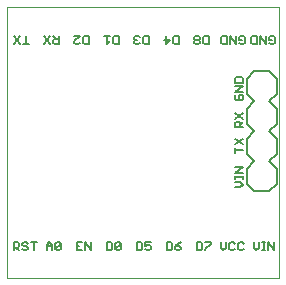
<source format=gto>
G75*
%MOIN*%
%OFA0B0*%
%FSLAX25Y25*%
%IPPOS*%
%LPD*%
%AMOC8*
5,1,8,0,0,1.08239X$1,22.5*
%
%ADD10C,0.00000*%
%ADD11C,0.00500*%
%ADD12C,0.00800*%
D10*
X0007600Y0009100D02*
X0098301Y0009100D01*
X0098301Y0099561D01*
X0007600Y0099561D01*
X0007600Y0009100D01*
D11*
X0009850Y0018350D02*
X0009850Y0021052D01*
X0011201Y0021052D01*
X0011652Y0020602D01*
X0011652Y0019701D01*
X0011201Y0019251D01*
X0009850Y0019251D01*
X0010751Y0019251D02*
X0011652Y0018350D01*
X0012797Y0018800D02*
X0013247Y0018350D01*
X0014148Y0018350D01*
X0014598Y0018800D01*
X0014598Y0019251D01*
X0014148Y0019701D01*
X0013247Y0019701D01*
X0012797Y0020152D01*
X0012797Y0020602D01*
X0013247Y0021052D01*
X0014148Y0021052D01*
X0014598Y0020602D01*
X0015743Y0021052D02*
X0017545Y0021052D01*
X0016644Y0021052D02*
X0016644Y0018350D01*
X0020850Y0018350D02*
X0020850Y0020152D01*
X0021751Y0021052D01*
X0022652Y0020152D01*
X0022652Y0018350D01*
X0023797Y0018800D02*
X0025598Y0020602D01*
X0025598Y0018800D01*
X0025148Y0018350D01*
X0024247Y0018350D01*
X0023797Y0018800D01*
X0023797Y0020602D01*
X0024247Y0021052D01*
X0025148Y0021052D01*
X0025598Y0020602D01*
X0022652Y0019701D02*
X0020850Y0019701D01*
X0030850Y0019701D02*
X0031751Y0019701D01*
X0030850Y0018350D02*
X0032652Y0018350D01*
X0033797Y0018350D02*
X0033797Y0021052D01*
X0035598Y0018350D01*
X0035598Y0021052D01*
X0032652Y0021052D02*
X0030850Y0021052D01*
X0030850Y0018350D01*
X0040850Y0018350D02*
X0042201Y0018350D01*
X0042652Y0018800D01*
X0042652Y0020602D01*
X0042201Y0021052D01*
X0040850Y0021052D01*
X0040850Y0018350D01*
X0043797Y0018800D02*
X0044247Y0018350D01*
X0045148Y0018350D01*
X0045598Y0018800D01*
X0045598Y0020602D01*
X0043797Y0018800D01*
X0043797Y0020602D01*
X0044247Y0021052D01*
X0045148Y0021052D01*
X0045598Y0020602D01*
X0050850Y0021052D02*
X0050850Y0018350D01*
X0052201Y0018350D01*
X0052652Y0018800D01*
X0052652Y0020602D01*
X0052201Y0021052D01*
X0050850Y0021052D01*
X0053797Y0021052D02*
X0053797Y0019701D01*
X0054697Y0020152D01*
X0055148Y0020152D01*
X0055598Y0019701D01*
X0055598Y0018800D01*
X0055148Y0018350D01*
X0054247Y0018350D01*
X0053797Y0018800D01*
X0053797Y0021052D02*
X0055598Y0021052D01*
X0060850Y0021052D02*
X0060850Y0018350D01*
X0062201Y0018350D01*
X0062652Y0018800D01*
X0062652Y0020602D01*
X0062201Y0021052D01*
X0060850Y0021052D01*
X0063797Y0019701D02*
X0065148Y0019701D01*
X0065598Y0019251D01*
X0065598Y0018800D01*
X0065148Y0018350D01*
X0064247Y0018350D01*
X0063797Y0018800D01*
X0063797Y0019701D01*
X0064697Y0020602D01*
X0065598Y0021052D01*
X0070850Y0021052D02*
X0070850Y0018350D01*
X0072201Y0018350D01*
X0072652Y0018800D01*
X0072652Y0020602D01*
X0072201Y0021052D01*
X0070850Y0021052D01*
X0073797Y0021052D02*
X0075598Y0021052D01*
X0075598Y0020602D01*
X0073797Y0018800D01*
X0073797Y0018350D01*
X0078850Y0019251D02*
X0079751Y0018350D01*
X0080652Y0019251D01*
X0080652Y0021052D01*
X0081797Y0020602D02*
X0081797Y0018800D01*
X0082247Y0018350D01*
X0083148Y0018350D01*
X0083598Y0018800D01*
X0084743Y0018800D02*
X0085193Y0018350D01*
X0086094Y0018350D01*
X0086545Y0018800D01*
X0086545Y0020602D02*
X0086094Y0021052D01*
X0085193Y0021052D01*
X0084743Y0020602D01*
X0084743Y0018800D01*
X0083598Y0020602D02*
X0083148Y0021052D01*
X0082247Y0021052D01*
X0081797Y0020602D01*
X0078850Y0021052D02*
X0078850Y0019251D01*
X0089850Y0019251D02*
X0090751Y0018350D01*
X0091652Y0019251D01*
X0091652Y0021052D01*
X0092797Y0021052D02*
X0093697Y0021052D01*
X0093247Y0021052D02*
X0093247Y0018350D01*
X0092797Y0018350D02*
X0093697Y0018350D01*
X0094761Y0018350D02*
X0094761Y0021052D01*
X0096562Y0018350D01*
X0096562Y0021052D01*
X0089850Y0021052D02*
X0089850Y0019251D01*
X0085449Y0039350D02*
X0083648Y0039350D01*
X0085449Y0039350D02*
X0086350Y0040251D01*
X0085449Y0041152D01*
X0083648Y0041152D01*
X0083648Y0042297D02*
X0083648Y0043197D01*
X0083648Y0042747D02*
X0086350Y0042747D01*
X0086350Y0042297D02*
X0086350Y0043197D01*
X0086350Y0044261D02*
X0083648Y0044261D01*
X0086350Y0046062D01*
X0083648Y0046062D01*
X0083648Y0050850D02*
X0083648Y0052652D01*
X0083648Y0051751D02*
X0086350Y0051751D01*
X0086350Y0053797D02*
X0083648Y0055598D01*
X0083648Y0053797D02*
X0086350Y0055598D01*
X0086350Y0059350D02*
X0083648Y0059350D01*
X0083648Y0060701D01*
X0084098Y0061152D01*
X0084999Y0061152D01*
X0085449Y0060701D01*
X0085449Y0059350D01*
X0085449Y0060251D02*
X0086350Y0061152D01*
X0086350Y0062297D02*
X0083648Y0064098D01*
X0083648Y0062297D02*
X0086350Y0064098D01*
X0085900Y0068350D02*
X0084098Y0068350D01*
X0083648Y0068800D01*
X0083648Y0069701D01*
X0084098Y0070152D01*
X0084999Y0070152D02*
X0084999Y0069251D01*
X0084999Y0070152D02*
X0085900Y0070152D01*
X0086350Y0069701D01*
X0086350Y0068800D01*
X0085900Y0068350D01*
X0086350Y0071297D02*
X0083648Y0071297D01*
X0086350Y0073098D01*
X0083648Y0073098D01*
X0083648Y0074243D02*
X0083648Y0075594D01*
X0084098Y0076045D01*
X0085900Y0076045D01*
X0086350Y0075594D01*
X0086350Y0074243D01*
X0083648Y0074243D01*
X0083903Y0087148D02*
X0082102Y0089850D01*
X0082102Y0087148D01*
X0080957Y0087148D02*
X0079606Y0087148D01*
X0079155Y0087598D01*
X0079155Y0089400D01*
X0079606Y0089850D01*
X0080957Y0089850D01*
X0080957Y0087148D01*
X0083903Y0087148D02*
X0083903Y0089850D01*
X0085048Y0089400D02*
X0085048Y0088499D01*
X0085949Y0088499D01*
X0085048Y0089400D02*
X0085499Y0089850D01*
X0086400Y0089850D01*
X0086850Y0089400D01*
X0086850Y0087598D01*
X0086400Y0087148D01*
X0085499Y0087148D01*
X0085048Y0087598D01*
X0089155Y0087598D02*
X0089606Y0087148D01*
X0090957Y0087148D01*
X0090957Y0089850D01*
X0089606Y0089850D01*
X0089155Y0089400D01*
X0089155Y0087598D01*
X0092102Y0087148D02*
X0092102Y0089850D01*
X0093903Y0087148D01*
X0093903Y0089850D01*
X0095048Y0089400D02*
X0095048Y0088499D01*
X0095949Y0088499D01*
X0095048Y0089400D02*
X0095499Y0089850D01*
X0096400Y0089850D01*
X0096850Y0089400D01*
X0096850Y0087598D01*
X0096400Y0087148D01*
X0095499Y0087148D01*
X0095048Y0087598D01*
X0074850Y0087148D02*
X0073499Y0087148D01*
X0073048Y0087598D01*
X0073048Y0089400D01*
X0073499Y0089850D01*
X0074850Y0089850D01*
X0074850Y0087148D01*
X0071903Y0087598D02*
X0071903Y0088048D01*
X0071453Y0088499D01*
X0070552Y0088499D01*
X0070102Y0088949D01*
X0070102Y0089400D01*
X0070552Y0089850D01*
X0071453Y0089850D01*
X0071903Y0089400D01*
X0071903Y0088949D01*
X0071453Y0088499D01*
X0070552Y0088499D02*
X0070102Y0088048D01*
X0070102Y0087598D01*
X0070552Y0087148D01*
X0071453Y0087148D01*
X0071903Y0087598D01*
X0064850Y0087148D02*
X0063499Y0087148D01*
X0063048Y0087598D01*
X0063048Y0089400D01*
X0063499Y0089850D01*
X0064850Y0089850D01*
X0064850Y0087148D01*
X0061903Y0088499D02*
X0060102Y0088499D01*
X0060552Y0089850D02*
X0060552Y0087148D01*
X0061903Y0088499D01*
X0054850Y0087148D02*
X0054850Y0089850D01*
X0053499Y0089850D01*
X0053048Y0089400D01*
X0053048Y0087598D01*
X0053499Y0087148D01*
X0054850Y0087148D01*
X0051903Y0087598D02*
X0051453Y0087148D01*
X0050552Y0087148D01*
X0050102Y0087598D01*
X0050102Y0088048D01*
X0050552Y0088499D01*
X0050102Y0088949D01*
X0050102Y0089400D01*
X0050552Y0089850D01*
X0051453Y0089850D01*
X0051903Y0089400D01*
X0051003Y0088499D02*
X0050552Y0088499D01*
X0044850Y0087148D02*
X0044850Y0089850D01*
X0043499Y0089850D01*
X0043048Y0089400D01*
X0043048Y0087598D01*
X0043499Y0087148D01*
X0044850Y0087148D01*
X0041903Y0088048D02*
X0041003Y0087148D01*
X0041003Y0089850D01*
X0041903Y0089850D02*
X0040102Y0089850D01*
X0034850Y0089850D02*
X0034850Y0087148D01*
X0033499Y0087148D01*
X0033048Y0087598D01*
X0033048Y0089400D01*
X0033499Y0089850D01*
X0034850Y0089850D01*
X0031903Y0089850D02*
X0030102Y0088048D01*
X0030102Y0087598D01*
X0030552Y0087148D01*
X0031453Y0087148D01*
X0031903Y0087598D01*
X0031903Y0089850D02*
X0030102Y0089850D01*
X0024850Y0089850D02*
X0024850Y0087148D01*
X0023499Y0087148D01*
X0023048Y0087598D01*
X0023048Y0088499D01*
X0023499Y0088949D01*
X0024850Y0088949D01*
X0023949Y0088949D02*
X0023048Y0089850D01*
X0021903Y0089850D02*
X0020102Y0087148D01*
X0021903Y0087148D02*
X0020102Y0089850D01*
X0014850Y0087148D02*
X0013048Y0087148D01*
X0013949Y0087148D02*
X0013949Y0089850D01*
X0011903Y0089850D02*
X0010102Y0087148D01*
X0011903Y0087148D02*
X0010102Y0089850D01*
D12*
X0087600Y0075600D02*
X0087600Y0070600D01*
X0090100Y0068100D01*
X0087600Y0065600D01*
X0087600Y0060600D01*
X0090100Y0058100D01*
X0087600Y0055600D01*
X0087600Y0050600D01*
X0090100Y0048100D01*
X0087600Y0045600D01*
X0087600Y0040600D01*
X0090100Y0038100D01*
X0095100Y0038100D01*
X0097600Y0040600D01*
X0097600Y0045600D01*
X0095100Y0048100D01*
X0097600Y0050600D01*
X0097600Y0055600D01*
X0095100Y0058100D01*
X0097600Y0060600D01*
X0097600Y0065600D01*
X0095100Y0068100D01*
X0097600Y0070600D01*
X0097600Y0075600D01*
X0095100Y0078100D01*
X0090100Y0078100D01*
X0087600Y0075600D01*
M02*

</source>
